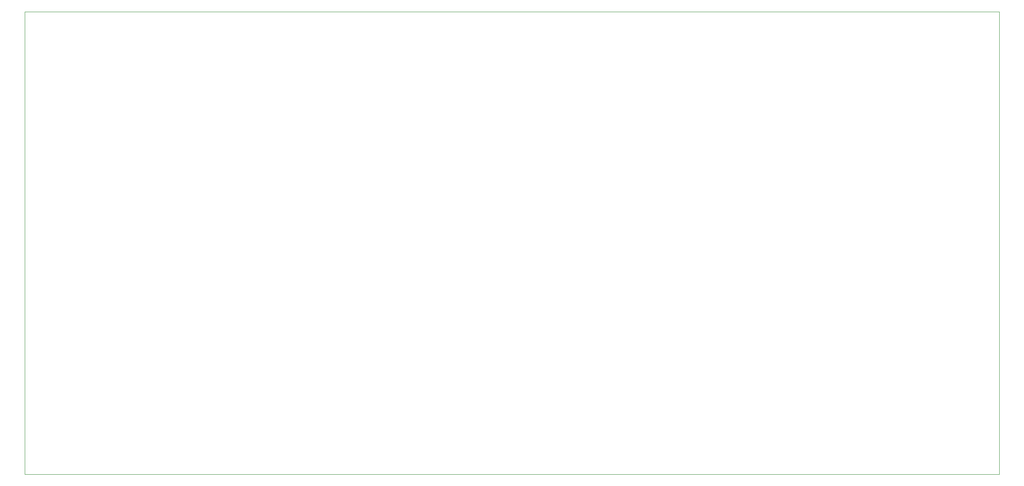
<source format=gko>
G04 (created by PCBNEW (2013-07-07 BZR 4022)-stable) date 13/07/2014 09:51:17*
%MOIN*%
G04 Gerber Fmt 3.4, Leading zero omitted, Abs format*
%FSLAX34Y34*%
G01*
G70*
G90*
G04 APERTURE LIST*
%ADD10C,0.00590551*%
%ADD11C,0.00393701*%
G04 APERTURE END LIST*
G54D10*
G54D11*
X92900Y-22650D02*
X15750Y-22650D01*
X15750Y-59450D02*
X92900Y-59450D01*
X15750Y-22650D02*
X15750Y-59450D01*
X92900Y-22650D02*
X93200Y-22650D01*
X92900Y-59450D02*
X93200Y-59450D01*
X93200Y-22650D02*
X93200Y-59450D01*
M02*

</source>
